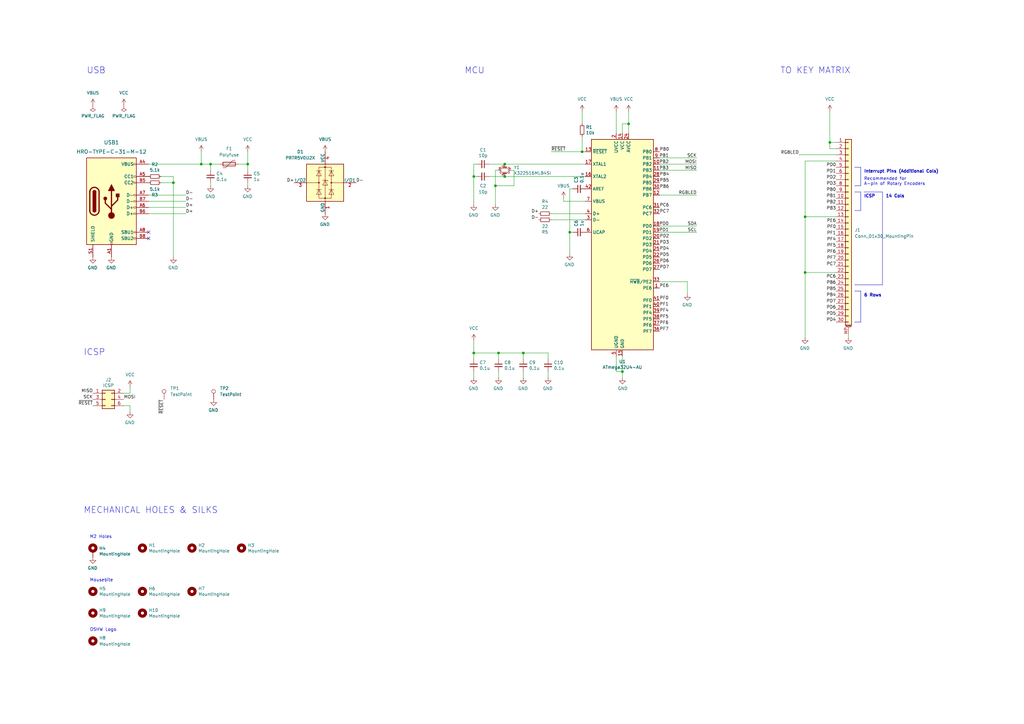
<source format=kicad_sch>
(kicad_sch (version 20211123) (generator eeschema)
  (paper "A3")
  (lib_symbols
    (symbol "Connector:TestPoint" (pin_numbers hide) (pin_names (offset 0.762) hide)
      (property "Reference" "TP" (at 0 6.858 0))
      (property "Value" "TestPoint" (at 0 5.08 0))
      (symbol "TestPoint_0_1"
        (circle (center 0 3.302) (radius 0.762))
      )
      (symbol "TestPoint_1_1"
        (pin passive line (at 0 0 90) (length 2.54) (name "1") (number "1"))
      )
    )
    (symbol "Connector:USB_C_Receptacle_USB2.0" (pin_names (offset 1.016))
      (property "Reference" "J" (at -10.16 19.05 0))
      (property "Value" "USB_C_Receptacle_USB2.0" (at 19.05 19.05 0))
      (symbol "USB_C_Receptacle_USB2.0_0_0"
        (rectangle (start -0.254 -17.78) (end 0.254 -16.764))
        (rectangle (start 10.16 -14.986) (end 9.144 -15.494))
        (rectangle (start 10.16 -12.446) (end 9.144 -12.954))
        (rectangle (start 10.16 -4.826) (end 9.144 -5.334))
        (rectangle (start 10.16 -2.286) (end 9.144 -2.794))
        (rectangle (start 10.16 0.254) (end 9.144 -0.254))
        (rectangle (start 10.16 2.794) (end 9.144 2.286))
        (rectangle (start 10.16 7.874) (end 9.144 7.366))
        (rectangle (start 10.16 10.414) (end 9.144 9.906))
        (rectangle (start 10.16 15.494) (end 9.144 14.986))
      )
      (symbol "USB_C_Receptacle_USB2.0_0_1"
        (rectangle (start -10.16 17.78) (end 10.16 -17.78) (stroke (width 0.254)) (fill (type background)))
        (arc (start -8.89 -3.81) (mid -6.985 -5.715) (end -5.08 -3.81) (stroke (width 0.508)))
        (arc (start -7.62 -3.81) (mid -6.985 -4.445) (end -6.35 -3.81) (stroke (width 0.254)))
        (arc (start -7.62 -3.81) (mid -6.985 -4.445) (end -6.35 -3.81) (stroke (width 0.254)) (fill (type outline)))
        (rectangle (start -7.62 -3.81) (end -6.35 3.81) (stroke (width 0.254)) (fill (type outline)))
        (arc (start -6.35 3.81) (mid -6.985 4.445) (end -7.62 3.81) (stroke (width 0.254)))
        (arc (start -6.35 3.81) (mid -6.985 4.445) (end -7.62 3.81) (stroke (width 0.254)) (fill (type outline)))
        (arc (start -5.08 3.81) (mid -6.985 5.715) (end -8.89 3.81) (stroke (width 0.508)))
        (circle (center -2.54 1.143) (radius 0.635) (stroke (width 0.254)) (fill (type outline)))
        (circle (center 0 -5.842) (radius 1.27) (fill (type outline)))
        (polyline (pts (xy -8.89 -3.81) (xy -8.89 3.81)) (stroke (width 0.508)))
        (polyline (pts (xy -5.08 3.81) (xy -5.08 -3.81)) (stroke (width 0.508)))
        (polyline (pts (xy 0 -5.842) (xy 0 4.318)) (stroke (width 0.508)))
        (polyline (pts (xy 0 -3.302) (xy -2.54 -0.762) (xy -2.54 0.508)) (stroke (width 0.508)))
        (polyline (pts (xy 0 -2.032) (xy 2.54 0.508) (xy 2.54 1.778)) (stroke (width 0.508)))
        (polyline (pts (xy -1.27 4.318) (xy 0 6.858) (xy 1.27 4.318) (xy -1.27 4.318)) (stroke (width 0.254)) (fill (type outline)))
        (rectangle (start 1.905 1.778) (end 3.175 3.048) (stroke (width 0.254)) (fill (type outline)))
      )
      (symbol "USB_C_Receptacle_USB2.0_1_1"
        (pin passive line (at 0 -22.86 90) (length 5.08) (name "GND") (number "A1"))
        (pin passive line (at 0 -22.86 90) (length 5.08) hide (name "GND") (number "A12"))
        (pin passive line (at 15.24 15.24 180) (length 5.08) (name "VBUS") (number "A4"))
        (pin bidirectional line (at 15.24 10.16 180) (length 5.08) (name "CC1") (number "A5"))
        (pin bidirectional line (at 15.24 -2.54 180) (length 5.08) (name "D+") (number "A6"))
        (pin bidirectional line (at 15.24 2.54 180) (length 5.08) (name "D-") (number "A7"))
        (pin bidirectional line (at 15.24 -12.7 180) (length 5.08) (name "SBU1") (number "A8"))
        (pin passive line (at 15.24 15.24 180) (length 5.08) hide (name "VBUS") (number "A9"))
        (pin passive line (at 0 -22.86 90) (length 5.08) hide (name "GND") (number "B1"))
        (pin passive line (at 0 -22.86 90) (length 5.08) hide (name "GND") (number "B12"))
        (pin passive line (at 15.24 15.24 180) (length 5.08) hide (name "VBUS") (number "B4"))
        (pin bidirectional line (at 15.24 7.62 180) (length 5.08) (name "CC2") (number "B5"))
        (pin bidirectional line (at 15.24 -5.08 180) (length 5.08) (name "D+") (number "B6"))
        (pin bidirectional line (at 15.24 0 180) (length 5.08) (name "D-") (number "B7"))
        (pin bidirectional line (at 15.24 -15.24 180) (length 5.08) (name "SBU2") (number "B8"))
        (pin passive line (at 15.24 15.24 180) (length 5.08) hide (name "VBUS") (number "B9"))
        (pin passive line (at -7.62 -22.86 90) (length 5.08) (name "SHIELD") (number "S1"))
      )
    )
    (symbol "Connector_Generic:Conn_02x03_Odd_Even" (pin_names (offset 1.016) hide)
      (property "Reference" "J" (at 1.27 5.08 0))
      (property "Value" "Conn_02x03_Odd_Even" (at 1.27 -5.08 0))
      (symbol "Conn_02x03_Odd_Even_1_1"
        (rectangle (start -1.27 -2.413) (end 0 -2.667) (stroke (width 0.1524)))
        (rectangle (start -1.27 0.127) (end 0 -0.127) (stroke (width 0.1524)))
        (rectangle (start -1.27 2.667) (end 0 2.413) (stroke (width 0.1524)))
        (rectangle (start -1.27 3.81) (end 3.81 -3.81) (stroke (width 0.254)) (fill (type background)))
        (rectangle (start 3.81 -2.413) (end 2.54 -2.667) (stroke (width 0.1524)))
        (rectangle (start 3.81 0.127) (end 2.54 -0.127) (stroke (width 0.1524)))
        (rectangle (start 3.81 2.667) (end 2.54 2.413) (stroke (width 0.1524)))
        (pin passive line (at -5.08 2.54 0) (length 3.81) (name "Pin_1") (number "1"))
        (pin passive line (at 7.62 2.54 180) (length 3.81) (name "Pin_2") (number "2"))
        (pin passive line (at -5.08 0 0) (length 3.81) (name "Pin_3") (number "3"))
        (pin passive line (at 7.62 0 180) (length 3.81) (name "Pin_4") (number "4"))
        (pin passive line (at -5.08 -2.54 0) (length 3.81) (name "Pin_5") (number "5"))
        (pin passive line (at 7.62 -2.54 180) (length 3.81) (name "Pin_6") (number "6"))
      )
    )
    (symbol "Connector_Generic_MountingPin:Conn_01x30_MountingPin" (pin_names (offset 1.016) hide)
      (property "Reference" "J" (at 0 38.1 0))
      (property "Value" "Conn_01x30_MountingPin" (at 1.27 -40.64 0))
      (symbol "Conn_01x30_MountingPin_1_1"
        (rectangle (start -1.27 -37.973) (end 0 -38.227) (stroke (width 0.1524)))
        (rectangle (start -1.27 -35.433) (end 0 -35.687) (stroke (width 0.1524)))
        (rectangle (start -1.27 -32.893) (end 0 -33.147) (stroke (width 0.1524)))
        (rectangle (start -1.27 -30.353) (end 0 -30.607) (stroke (width 0.1524)))
        (rectangle (start -1.27 -27.813) (end 0 -28.067) (stroke (width 0.1524)))
        (rectangle (start -1.27 -25.273) (end 0 -25.527) (stroke (width 0.1524)))
        (rectangle (start -1.27 -22.733) (end 0 -22.987) (stroke (width 0.1524)))
        (rectangle (start -1.27 -20.193) (end 0 -20.447) (stroke (width 0.1524)))
        (rectangle (start -1.27 -17.653) (end 0 -17.907) (stroke (width 0.1524)))
        (rectangle (start -1.27 -15.113) (end 0 -15.367) (stroke (width 0.1524)))
        (rectangle (start -1.27 -12.573) (end 0 -12.827) (stroke (width 0.1524)))
        (rectangle (start -1.27 -10.033) (end 0 -10.287) (stroke (width 0.1524)))
        (rectangle (start -1.27 -7.493) (end 0 -7.747) (stroke (width 0.1524)))
        (rectangle (start -1.27 -4.953) (end 0 -5.207) (stroke (width 0.1524)))
        (rectangle (start -1.27 -2.413) (end 0 -2.667) (stroke (width 0.1524)))
        (rectangle (start -1.27 0.127) (end 0 -0.127) (stroke (width 0.1524)))
        (rectangle (start -1.27 2.667) (end 0 2.413) (stroke (width 0.1524)))
        (rectangle (start -1.27 5.207) (end 0 4.953) (stroke (width 0.1524)))
        (rectangle (start -1.27 7.747) (end 0 7.493) (stroke (width 0.1524)))
        (rectangle (start -1.27 10.287) (end 0 10.033) (stroke (width 0.1524)))
        (rectangle (start -1.27 12.827) (end 0 12.573) (stroke (width 0.1524)))
        (rectangle (start -1.27 15.367) (end 0 15.113) (stroke (width 0.1524)))
        (rectangle (start -1.27 17.907) (end 0 17.653) (stroke (width 0.1524)))
        (rectangle (start -1.27 20.447) (end 0 20.193) (stroke (width 0.1524)))
        (rectangle (start -1.27 22.987) (end 0 22.733) (stroke (width 0.1524)))
        (rectangle (start -1.27 25.527) (end 0 25.273) (stroke (width 0.1524)))
        (rectangle (start -1.27 28.067) (end 0 27.813) (stroke (width 0.1524)))
        (rectangle (start -1.27 30.607) (end 0 30.353) (stroke (width 0.1524)))
        (rectangle (start -1.27 33.147) (end 0 32.893) (stroke (width 0.1524)))
        (rectangle (start -1.27 35.687) (end 0 35.433) (stroke (width 0.1524)))
        (rectangle (start -1.27 36.83) (end 1.27 -39.37) (stroke (width 0.254)) (fill (type background)))
        (polyline (pts (xy -1.016 -40.132) (xy 1.016 -40.132)) (stroke (width 0.1524)))
        (text "Mounting" (at 0 -39.751 0) (effects (font (size 0.381 0.381))))
        (pin passive line (at -5.08 35.56 0) (length 3.81) (name "Pin_1") (number "1"))
        (pin passive line (at -5.08 12.7 0) (length 3.81) (name "Pin_10") (number "10"))
        (pin passive line (at -5.08 10.16 0) (length 3.81) (name "Pin_11") (number "11"))
        (pin passive line (at -5.08 7.62 0) (length 3.81) (name "Pin_12") (number "12"))
        (pin passive line (at -5.08 5.08 0) (length 3.81) (name "Pin_13") (number "13"))
        (pin passive line (at -5.08 2.54 0) (length 3.81) (name "Pin_14") (number "14"))
        (pin passive line (at -5.08 0 0) (length 3.81) (name "Pin_15") (number "15"))
        (pin passive line (at -5.08 -2.54 0) (length 3.81) (name "Pin_16") (number "16"))
        (pin passive line (at -5.08 -5.08 0) (length 3.81) (name "Pin_17") (number "17"))
        (pin passive line (at -5.08 -7.62 0) (length 3.81) (name "Pin_18") (number "18"))
        (pin passive line (at -5.08 -10.16 0) (length 3.81) (name "Pin_19") (number "19"))
        (pin passive line (at -5.08 33.02 0) (length 3.81) (name "Pin_2") (number "2"))
        (pin passive line (at -5.08 -12.7 0) (length 3.81) (name "Pin_20") (number "20"))
        (pin passive line (at -5.08 -15.24 0) (length 3.81) (name "Pin_21") (number "21"))
        (pin passive line (at -5.08 -17.78 0) (length 3.81) (name "Pin_22") (number "22"))
        (pin passive line (at -5.08 -20.32 0) (length 3.81) (name "Pin_23") (number "23"))
        (pin passive line (at -5.08 -22.86 0) (length 3.81) (name "Pin_24") (number "24"))
        (pin passive line (at -5.08 -25.4 0) (length 3.81) (name "Pin_25") (number "25"))
        (pin passive line (at -5.08 -27.94 0) (length 3.81) (name "Pin_26") (number "26"))
        (pin passive line (at -5.08 -30.48 0) (length 3.81) (name "Pin_27") (number "27"))
        (pin passive line (at -5.08 -33.02 0) (length 3.81) (name "Pin_28") (number "28"))
        (pin passive line (at -5.08 -35.56 0) (length 3.81) (name "Pin_29") (number "29"))
        (pin passive line (at -5.08 30.48 0) (length 3.81) (name "Pin_3") (number "3"))
        (pin passive line (at -5.08 -38.1 0) (length 3.81) (name "Pin_30") (number "30"))
        (pin passive line (at -5.08 27.94 0) (length 3.81) (name "Pin_4") (number "4"))
        (pin passive line (at -5.08 25.4 0) (length 3.81) (name "Pin_5") (number "5"))
        (pin passive line (at -5.08 22.86 0) (length 3.81) (name "Pin_6") (number "6"))
        (pin passive line (at -5.08 20.32 0) (length 3.81) (name "Pin_7") (number "7"))
        (pin passive line (at -5.08 17.78 0) (length 3.81) (name "Pin_8") (number "8"))
        (pin passive line (at -5.08 15.24 0) (length 3.81) (name "Pin_9") (number "9"))
        (pin passive line (at 0 -43.18 90) (length 3.048) (name "MountPin") (number "MP"))
      )
    )
    (symbol "Device:C_Small" (pin_numbers hide) (pin_names (offset 0.254) hide)
      (property "Reference" "C" (at 0.254 1.778 0))
      (property "Value" "C_Small" (at 0.254 -2.032 0))
      (symbol "C_Small_0_1"
        (polyline (pts (xy -1.524 -0.508) (xy 1.524 -0.508)) (stroke (width 0.3302)))
        (polyline (pts (xy -1.524 0.508) (xy 1.524 0.508)) (stroke (width 0.3048)))
      )
      (symbol "C_Small_1_1"
        (pin passive line (at 0 2.54 270) (length 2.032) (name "~") (number "1"))
        (pin passive line (at 0 -2.54 90) (length 2.032) (name "~") (number "2"))
      )
    )
    (symbol "Device:Crystal_GND24_Small" (pin_names (offset 1.016) hide)
      (property "Reference" "Y" (at 1.27 4.445 0))
      (property "Value" "Crystal_GND24_Small" (at 1.27 2.54 0))
      (symbol "Crystal_GND24_Small_0_1"
        (rectangle (start -0.762 -1.524) (end 0.762 1.524))
        (polyline (pts (xy -1.27 -0.762) (xy -1.27 0.762)) (stroke (width 0.381)))
        (polyline (pts (xy 1.27 -0.762) (xy 1.27 0.762)) (stroke (width 0.381)))
        (polyline (pts (xy -1.27 -1.27) (xy -1.27 -1.905) (xy 1.27 -1.905) (xy 1.27 -1.27)))
        (polyline (pts (xy -1.27 1.27) (xy -1.27 1.905) (xy 1.27 1.905) (xy 1.27 1.27)))
      )
      (symbol "Crystal_GND24_Small_1_1"
        (pin passive line (at -2.54 0 0) (length 1.27) (name "1") (number "1"))
        (pin passive line (at 0 -2.54 90) (length 0.635) (name "2") (number "2"))
        (pin passive line (at 2.54 0 180) (length 1.27) (name "3") (number "3"))
        (pin passive line (at 0 2.54 270) (length 0.635) (name "4") (number "4"))
      )
    )
    (symbol "Device:Polyfuse" (pin_numbers hide) (pin_names (offset 0))
      (property "Reference" "F" (at -2.54 0 90))
      (property "Value" "Polyfuse" (at 2.54 0 90))
      (symbol "Polyfuse_0_1"
        (rectangle (start -0.762 2.54) (end 0.762 -2.54) (stroke (width 0.254)))
        (polyline (pts (xy 0 2.54) (xy 0 -2.54)))
        (polyline (pts (xy -1.524 2.54) (xy -1.524 1.524) (xy 1.524 -1.524) (xy 1.524 -2.54)))
      )
      (symbol "Polyfuse_1_1"
        (pin passive line (at 0 3.81 270) (length 1.27) (name "~") (number "1"))
        (pin passive line (at 0 -3.81 90) (length 1.27) (name "~") (number "2"))
      )
    )
    (symbol "Device:R_Small" (pin_numbers hide) (pin_names (offset 0.254) hide)
      (property "Reference" "R" (at 0.762 0.508 0))
      (property "Value" "R_Small" (at 0.762 -1.016 0))
      (symbol "R_Small_0_1"
        (rectangle (start -0.762 1.778) (end 0.762 -1.778) (stroke (width 0.2032)))
      )
      (symbol "R_Small_1_1"
        (pin passive line (at 0 2.54 270) (length 0.762) (name "~") (number "1"))
        (pin passive line (at 0 -2.54 90) (length 0.762) (name "~") (number "2"))
      )
    )
    (symbol "MCU_Microchip_ATmega:ATmega32U4-AU"
      (property "Reference" "U" (at -12.7 44.45 0))
      (property "Value" "MCU_Microchip_ATmega_ATmega32U4-AU" (at 2.54 -44.45 0))
      (symbol "ATmega32U4-AU_0_1"
        (rectangle (start -12.7 -43.18) (end 12.7 43.18) (stroke (width 0.254)) (fill (type background)))
      )
      (symbol "ATmega32U4-AU_1_1"
        (pin bidirectional line (at 15.24 -17.78 180) (length 2.54) (name "PE6") (number "1"))
        (pin bidirectional line (at 15.24 33.02 180) (length 2.54) (name "PB2") (number "10"))
        (pin bidirectional line (at 15.24 30.48 180) (length 2.54) (name "PB3") (number "11"))
        (pin bidirectional line (at 15.24 20.32 180) (length 2.54) (name "PB7") (number "12"))
        (pin input line (at -15.24 38.1 0) (length 2.54) (name "~{RESET}") (number "13"))
        (pin power_in line (at 0 45.72 270) (length 2.54) (name "VCC") (number "14"))
        (pin power_in line (at 0 -45.72 90) (length 2.54) (name "GND") (number "15"))
        (pin output line (at -15.24 27.94 0) (length 2.54) (name "XTAL2") (number "16"))
        (pin input line (at -15.24 33.02 0) (length 2.54) (name "XTAL1") (number "17"))
        (pin bidirectional line (at 15.24 7.62 180) (length 2.54) (name "PD0") (number "18"))
        (pin bidirectional line (at 15.24 5.08 180) (length 2.54) (name "PD1") (number "19"))
        (pin power_in line (at -2.54 45.72 270) (length 2.54) (name "UVCC") (number "2"))
        (pin bidirectional line (at 15.24 2.54 180) (length 2.54) (name "PD2") (number "20"))
        (pin bidirectional line (at 15.24 0 180) (length 2.54) (name "PD3") (number "21"))
        (pin bidirectional line (at 15.24 -5.08 180) (length 2.54) (name "PD5") (number "22"))
        (pin passive line (at 0 -45.72 90) (length 2.54) hide (name "GND") (number "23"))
        (pin power_in line (at 2.54 45.72 270) (length 2.54) (name "AVCC") (number "24"))
        (pin bidirectional line (at 15.24 -2.54 180) (length 2.54) (name "PD4") (number "25"))
        (pin bidirectional line (at 15.24 -7.62 180) (length 2.54) (name "PD6") (number "26"))
        (pin bidirectional line (at 15.24 -10.16 180) (length 2.54) (name "PD7") (number "27"))
        (pin bidirectional line (at 15.24 27.94 180) (length 2.54) (name "PB4") (number "28"))
        (pin bidirectional line (at 15.24 25.4 180) (length 2.54) (name "PB5") (number "29"))
        (pin bidirectional line (at -15.24 10.16 0) (length 2.54) (name "D-") (number "3"))
        (pin bidirectional line (at 15.24 22.86 180) (length 2.54) (name "PB6") (number "30"))
        (pin bidirectional line (at 15.24 15.24 180) (length 2.54) (name "PC6") (number "31"))
        (pin bidirectional line (at 15.24 12.7 180) (length 2.54) (name "PC7") (number "32"))
        (pin bidirectional line (at 15.24 -15.24 180) (length 2.54) (name "~{HWB}/PE2") (number "33"))
        (pin passive line (at 0 45.72 270) (length 2.54) hide (name "VCC") (number "34"))
        (pin passive line (at 0 -45.72 90) (length 2.54) hide (name "GND") (number "35"))
        (pin bidirectional line (at 15.24 -35.56 180) (length 2.54) (name "PF7") (number "36"))
        (pin bidirectional line (at 15.24 -33.02 180) (length 2.54) (name "PF6") (number "37"))
        (pin bidirectional line (at 15.24 -30.48 180) (length 2.54) (name "PF5") (number "38"))
        (pin bidirectional line (at 15.24 -27.94 180) (length 2.54) (name "PF4") (number "39"))
        (pin bidirectional line (at -15.24 12.7 0) (length 2.54) (name "D+") (number "4"))
        (pin bidirectional line (at 15.24 -25.4 180) (length 2.54) (name "PF1") (number "40"))
        (pin bidirectional line (at 15.24 -22.86 180) (length 2.54) (name "PF0") (number "41"))
        (pin passive line (at -15.24 22.86 0) (length 2.54) (name "AREF") (number "42"))
        (pin passive line (at 0 -45.72 90) (length 2.54) hide (name "GND") (number "43"))
        (pin passive line (at 2.54 45.72 270) (length 2.54) hide (name "AVCC") (number "44"))
        (pin passive line (at -2.54 -45.72 90) (length 2.54) (name "UGND") (number "5"))
        (pin passive line (at -15.24 5.08 0) (length 2.54) (name "UCAP") (number "6"))
        (pin input line (at -15.24 17.78 0) (length 2.54) (name "VBUS") (number "7"))
        (pin bidirectional line (at 15.24 38.1 180) (length 2.54) (name "PB0") (number "8"))
        (pin bidirectional line (at 15.24 35.56 180) (length 2.54) (name "PB1") (number "9"))
      )
    )
    (symbol "Mechanical:MountingHole" (pin_names (offset 1.016))
      (property "Reference" "H" (at 0 5.08 0))
      (property "Value" "MountingHole" (at 0 3.175 0))
      (symbol "MountingHole_0_1"
        (circle (center 0 0) (radius 1.27) (stroke (width 1.27)))
      )
    )
    (symbol "Mechanical:MountingHole_Pad" (pin_numbers hide) (pin_names (offset 1.016) hide)
      (property "Reference" "H" (at 0 6.35 0))
      (property "Value" "MountingHole_Pad" (at 0 4.445 0))
      (symbol "MountingHole_Pad_0_1"
        (circle (center 0 1.27) (radius 1.27) (stroke (width 1.27)))
      )
      (symbol "MountingHole_Pad_1_1"
        (pin input line (at 0 -2.54 90) (length 2.54) (name "1") (number "1"))
      )
    )
    (symbol "Power_Protection:PRTR5V0U2X" (pin_names (offset 0))
      (property "Reference" "D" (at 2.794 8.636 0))
      (property "Value" "PRTR5V0U2X" (at 8.128 -9.398 0))
      (symbol "PRTR5V0U2X_0_1"
        (rectangle (start -7.62 -7.62) (end 7.62 7.62) (stroke (width 0.254)) (fill (type background)))
        (circle (center -2.54 0) (radius 0.254) (fill (type outline)))
        (rectangle (start -2.54 6.35) (end 2.54 -6.35))
        (circle (center 0 -6.35) (radius 0.254) (fill (type outline)))
        (polyline (pts (xy -2.54 0) (xy -7.62 0)))
        (polyline (pts (xy -1.524 -2.794) (xy -3.556 -2.794)))
        (polyline (pts (xy -1.524 4.826) (xy -3.556 4.826)))
        (polyline (pts (xy 0 -7.62) (xy 0 7.62)))
        (polyline (pts (xy 1.524 -2.794) (xy 3.556 -2.794)))
        (polyline (pts (xy 1.524 4.826) (xy 3.556 4.826)))
        (polyline (pts (xy 2.54 0) (xy 7.62 0)))
        (polyline (pts (xy 1.016 1.016) (xy -1.016 1.016) (xy -1.016 0.508)))
        (polyline (pts (xy -3.556 -4.826) (xy -1.524 -4.826) (xy -2.54 -2.794) (xy -3.556 -4.826)))
        (polyline (pts (xy -3.556 2.794) (xy -1.524 2.794) (xy -2.54 4.826) (xy -3.556 2.794)))
        (polyline (pts (xy -1.016 -1.016) (xy 1.016 -1.016) (xy 0 1.016) (xy -1.016 -1.016)))
        (polyline (pts (xy 3.556 -4.826) (xy 1.524 -4.826) (xy 2.54 -2.794) (xy 3.556 -4.826)))
        (polyline (pts (xy 3.556 2.794) (xy 1.524 2.794) (xy 2.54 4.826) (xy 3.556 2.794)))
        (circle (center 0 6.35) (radius 0.254) (fill (type outline)))
        (circle (center 2.54 0) (radius 0.254) (fill (type outline)))
      )
      (symbol "PRTR5V0U2X_1_1"
        (pin passive line (at 0 -12.7 90) (length 5.08) (name "GND") (number "1"))
        (pin passive line (at -12.7 0 0) (length 5.08) (name "I/O1") (number "2"))
        (pin passive line (at 12.7 0 180) (length 5.08) (name "I/O2") (number "3"))
        (pin passive line (at 0 12.7 270) (length 5.08) (name "VCC") (number "4"))
      )
    )
    (symbol "power:GND" (power) (pin_names (offset 0))
      (property "Value" "GND" (at 0 -3.81 0))
      (symbol "GND_0_1"
        (polyline (pts (xy 0 0) (xy 0 -1.27) (xy 1.27 -1.27) (xy 0 -2.54) (xy -1.27 -1.27) (xy 0 -1.27)))
      )
      (symbol "GND_1_1"
        (pin power_in line (at 0 0 270) (length 0) hide (name "GND") (number "1"))
      )
    )
    (symbol "power:PWR_FLAG" (power) (pin_numbers hide) (pin_names (offset 0) hide)
      (property "Value" "PWR_FLAG" (at 0 3.81 0))
      (symbol "PWR_FLAG_0_0"
        (pin power_out line (at 0 0 90) (length 0) (name "pwr") (number "1"))
      )
      (symbol "PWR_FLAG_0_1"
        (polyline (pts (xy 0 0) (xy 0 1.27) (xy -1.016 1.905) (xy 0 2.54) (xy 1.016 1.905) (xy 0 1.27)))
      )
    )
    (symbol "power:VBUS" (power) (pin_names (offset 0))
      (property "Value" "VBUS" (at 0 3.81 0))
      (symbol "VBUS_0_1"
        (polyline (pts (xy -0.762 1.27) (xy 0 2.54)))
        (polyline (pts (xy 0 0) (xy 0 2.54)))
        (polyline (pts (xy 0 2.54) (xy 0.762 1.27)))
      )
      (symbol "VBUS_1_1"
        (pin power_in line (at 0 0 90) (length 0) hide (name "VBUS") (number "1"))
      )
    )
    (symbol "power:VCC" (power) (pin_names (offset 0))
      (property "Value" "VCC" (at 0 3.81 0))
      (symbol "VCC_0_1"
        (polyline (pts (xy -0.762 1.27) (xy 0 2.54)))
        (polyline (pts (xy 0 0) (xy 0 2.54)))
        (polyline (pts (xy 0 2.54) (xy 0.762 1.27)))
      )
      (symbol "VCC_1_1"
        (pin power_in line (at 0 0 90) (length 0) hide (name "VCC") (number "1"))
      )
    )
  )
  (junction (at 255.27 152.4))
  (junction (at 71.12 74.93))
  (junction (at 340.36 58.42))
  (junction (at 330.2 88.9))
  (junction (at 203.2 76.2))
  (junction (at 257.81 50.8))
  (junction (at 86.36 67.31))
  (junction (at 238.76 62.23))
  (junction (at 204.47 144.78))
  (junction (at 330.2 111.76))
  (junction (at 101.6 67.31))
  (junction (at 194.31 144.78))
  (junction (at 82.55 67.31))
  (junction (at 233.68 95.25))
  (junction (at 194.31 72.39))
  (junction (at 214.63 144.78))
  (junction (at 207.01 67.31))
  (junction (at 207.01 72.39))
  (no_connect (at 60.96 95.25))
  (no_connect (at 60.96 97.79))
  (wire (pts (xy 233.68 77.47) (xy 234.95 77.47)))
  (wire (pts (xy 101.6 62.23) (xy 101.6 67.31)))
  (wire (pts (xy 270.51 115.57) (xy 281.94 115.57)))
  (polyline (pts (xy 350.52 76.2) (xy 353.06 76.2)) (stroke (width 0) (type solid)))
  (wire (pts (xy 342.9 88.9) (xy 330.2 88.9)))
  (wire (pts (xy 224.79 152.4) (xy 224.79 154.94)))
  (wire (pts (xy 226.06 62.23) (xy 238.76 62.23)))
  (wire (pts (xy 204.47 144.78) (xy 204.47 147.32)))
  (wire (pts (xy 60.96 87.63) (xy 76.2 87.63)))
  (wire (pts (xy 226.06 87.63) (xy 240.03 87.63)))
  (wire (pts (xy 82.55 67.31) (xy 86.36 67.31)))
  (wire (pts (xy 255.27 54.61) (xy 255.27 50.8)))
  (wire (pts (xy 101.6 67.31) (xy 101.6 69.85)))
  (polyline (pts (xy 353.06 86.36) (xy 353.06 78.74)) (stroke (width 0) (type solid)))
  (wire (pts (xy 194.31 139.7) (xy 194.31 144.78)))
  (wire (pts (xy 50.8 166.37) (xy 53.34 166.37)))
  (wire (pts (xy 203.2 69.85) (xy 203.2 76.2)))
  (wire (pts (xy 255.27 50.8) (xy 257.81 50.8)))
  (wire (pts (xy 340.36 60.96) (xy 340.36 58.42)))
  (wire (pts (xy 90.17 67.31) (xy 86.36 67.31)))
  (wire (pts (xy 270.51 67.31) (xy 285.75 67.31)))
  (wire (pts (xy 330.2 66.04) (xy 330.2 88.9)))
  (wire (pts (xy 233.68 95.25) (xy 234.95 95.25)))
  (wire (pts (xy 194.31 67.31) (xy 195.58 67.31)))
  (wire (pts (xy 66.04 72.39) (xy 71.12 72.39)))
  (wire (pts (xy 252.73 146.05) (xy 252.73 152.4)))
  (wire (pts (xy 257.81 45.72) (xy 257.81 50.8)))
  (polyline (pts (xy 353.06 119.38) (xy 353.06 132.08)) (stroke (width 0) (type solid)))
  (polyline (pts (xy 350.52 78.74) (xy 353.06 78.74)) (stroke (width 0) (type solid)))
  (polyline (pts (xy 350.52 116.84) (xy 361.95 116.84)) (stroke (width 0) (type solid)))
  (wire (pts (xy 194.31 72.39) (xy 194.31 67.31)))
  (wire (pts (xy 194.31 72.39) (xy 194.31 83.82)))
  (wire (pts (xy 224.79 147.32) (xy 224.79 144.78)))
  (wire (pts (xy 347.98 137.16) (xy 347.98 138.43)))
  (wire (pts (xy 330.2 111.76) (xy 342.9 111.76)))
  (wire (pts (xy 203.2 76.2) (xy 210.82 76.2)))
  (wire (pts (xy 330.2 66.04) (xy 342.9 66.04)))
  (wire (pts (xy 203.2 76.2) (xy 203.2 83.82)))
  (wire (pts (xy 53.34 161.29) (xy 53.34 158.75)))
  (wire (pts (xy 252.73 152.4) (xy 255.27 152.4)))
  (polyline (pts (xy 350.52 68.58) (xy 353.06 68.58)) (stroke (width 0) (type solid)))
  (wire (pts (xy 330.2 111.76) (xy 330.2 138.43)))
  (wire (pts (xy 231.14 82.55) (xy 231.14 81.28)))
  (wire (pts (xy 224.79 144.78) (xy 214.63 144.78)))
  (wire (pts (xy 340.36 58.42) (xy 342.9 58.42)))
  (wire (pts (xy 194.31 144.78) (xy 194.31 147.32)))
  (wire (pts (xy 60.96 67.31) (xy 82.55 67.31)))
  (wire (pts (xy 60.96 80.01) (xy 76.2 80.01)))
  (wire (pts (xy 71.12 72.39) (xy 71.12 74.93)))
  (wire (pts (xy 195.58 72.39) (xy 194.31 72.39)))
  (wire (pts (xy 207.01 72.39) (xy 240.03 72.39)))
  (wire (pts (xy 86.36 74.93) (xy 86.36 76.2)))
  (wire (pts (xy 194.31 152.4) (xy 194.31 154.94)))
  (wire (pts (xy 270.51 64.77) (xy 285.75 64.77)))
  (wire (pts (xy 257.81 50.8) (xy 257.81 54.61)))
  (wire (pts (xy 71.12 74.93) (xy 71.12 105.41)))
  (wire (pts (xy 252.73 45.72) (xy 252.73 54.61)))
  (wire (pts (xy 214.63 144.78) (xy 204.47 144.78)))
  (wire (pts (xy 270.51 69.85) (xy 285.75 69.85)))
  (wire (pts (xy 210.82 76.2) (xy 210.82 69.85)))
  (wire (pts (xy 240.03 82.55) (xy 231.14 82.55)))
  (wire (pts (xy 342.9 60.96) (xy 340.36 60.96)))
  (wire (pts (xy 327.66 63.5) (xy 342.9 63.5)))
  (wire (pts (xy 340.36 58.42) (xy 340.36 45.72)))
  (wire (pts (xy 86.36 69.85) (xy 86.36 67.31)))
  (wire (pts (xy 281.94 115.57) (xy 281.94 120.65)))
  (polyline (pts (xy 350.52 132.08) (xy 353.06 132.08)) (stroke (width 0) (type solid)))
  (wire (pts (xy 204.47 144.78) (xy 194.31 144.78)))
  (wire (pts (xy 330.2 88.9) (xy 330.2 111.76)))
  (wire (pts (xy 270.51 80.01) (xy 285.75 80.01)))
  (wire (pts (xy 214.63 147.32) (xy 214.63 144.78)))
  (wire (pts (xy 50.8 161.29) (xy 53.34 161.29)))
  (wire (pts (xy 270.51 95.25) (xy 285.75 95.25)))
  (wire (pts (xy 97.79 67.31) (xy 101.6 67.31)))
  (wire (pts (xy 255.27 146.05) (xy 255.27 152.4)))
  (wire (pts (xy 210.82 69.85) (xy 209.55 69.85)))
  (polyline (pts (xy 354.33 78.74) (xy 361.95 78.74)) (stroke (width 0) (type solid)))
  (wire (pts (xy 233.68 95.25) (xy 233.68 77.47)))
  (wire (pts (xy 66.04 74.93) (xy 71.12 74.93)))
  (wire (pts (xy 101.6 74.93) (xy 101.6 76.2)))
  (wire (pts (xy 207.01 67.31) (xy 240.03 67.31)))
  (wire (pts (xy 238.76 45.72) (xy 238.76 50.8)))
  (wire (pts (xy 60.96 82.55) (xy 76.2 82.55)))
  (polyline (pts (xy 353.06 68.58) (xy 353.06 76.2)) (stroke (width 0) (type solid)))
  (wire (pts (xy 204.47 152.4) (xy 204.47 154.94)))
  (polyline (pts (xy 350.52 119.38) (xy 353.06 119.38)) (stroke (width 0) (type solid)))
  (wire (pts (xy 226.06 90.17) (xy 240.03 90.17)))
  (wire (pts (xy 53.34 166.37) (xy 53.34 168.91)))
  (wire (pts (xy 204.47 69.85) (xy 203.2 69.85)))
  (wire (pts (xy 60.96 85.09) (xy 76.2 85.09)))
  (wire (pts (xy 200.66 67.31) (xy 207.01 67.31)))
  (wire (pts (xy 233.68 104.14) (xy 233.68 95.25)))
  (polyline (pts (xy 361.95 78.74) (xy 361.95 116.84)) (stroke (width 0) (type solid)))
  (wire (pts (xy 214.63 152.4) (xy 214.63 154.94)))
  (wire (pts (xy 270.51 92.71) (xy 285.75 92.71)))
  (wire (pts (xy 238.76 55.88) (xy 238.76 62.23)))
  (wire (pts (xy 200.66 72.39) (xy 207.01 72.39)))
  (wire (pts (xy 238.76 62.23) (xy 240.03 62.23)))
  (wire (pts (xy 255.27 152.4) (xy 255.27 154.94)))
  (polyline (pts (xy 350.52 86.36) (xy 353.06 86.36)) (stroke (width 0) (type solid)))
  (wire (pts (xy 82.55 62.23) (xy 82.55 67.31)))
  (text "ICSP" (at 354.33 81.28 0) (effects (font (size 1.27 1.27) (thickness 0.254) bold) (justify left bottom)))
  (text "USB" (at 35.56 30.48 0) (effects (font (size 2.54 2.54)) (justify left bottom)))
  (text "Mousebite" (at 36.83 238.76 0) (effects (font (size 1.27 1.27)) (justify left bottom)))
  (text "Recommended for\nA-pin of Rotary Encoders" (at 354.33 76.2 0) (effects (font (size 1.27 1.27)) (justify left bottom)))
  (text "M2 Holes" (at 36.83 220.98 0) (effects (font (size 1.27 1.27)) (justify left bottom)))
  (text "MECHANICAL HOLES & SILKS" (at 34.29 210.82 0) (effects (font (size 2.54 2.54)) (justify left bottom)))
  (text "OSHW Logo" (at 36.83 259.08 0) (effects (font (size 1.27 1.27)) (justify left bottom)))
  (text "MCU" (at 190.5 30.48 0) (effects (font (size 2.54 2.54)) (justify left bottom)))
  (text "Interrupt Pins (Additional Cols)" (at 354.33 71.12 0) (effects (font (size 1.27 1.27) (thickness 0.254) bold) (justify left bottom)))
  (text "6 Rows" (at 354.33 121.92 0) (effects (font (size 1.27 1.27) (thickness 0.254) bold) (justify left bottom)))
  (text "ICSP" (at 34.29 146.05 0) (effects (font (size 2.54 2.54)) (justify left bottom)))
  (text "14 Cols" (at 363.22 81.28 0) (effects (font (size 1.27 1.27) (thickness 0.254) bold) (justify left bottom)))
  (text "TO KEY MATRIX" (at 320.04 30.48 0) (effects (font (size 2.54 2.54)) (justify left bottom)))
  (label "PB4" (at 342.9 121.92 180))
  (label "PF1" (at 270.51 125.73 0))
  (label "PB6" (at 342.9 116.84 180))
  (label "MISO" (at 38.1 161.29 180))
  (label "PF6" (at 270.51 133.35 0))
  (label "PD4" (at 342.9 132.08 180))
  (label "PD5" (at 270.51 105.41 0))
  (label "PF0" (at 270.51 123.19 0))
  (label "PD1" (at 342.9 71.12 180))
  (label "PB3" (at 342.9 86.36 180))
  (label "D+" (at 76.2 85.09 0))
  (label "PD1" (at 274.32 95.25 180))
  (label "D-" (at 146.05 74.93 0))
  (label "SDA" (at 285.75 92.71 180))
  (label "SCK" (at 38.1 163.83 180))
  (label "PF5" (at 342.9 101.6 180))
  (label "D+" (at 76.2 87.63 0))
  (label "PE6" (at 342.9 91.44 180))
  (label "PF0" (at 342.9 93.98 180))
  (label "PD3" (at 270.51 100.33 0))
  (label "PF4" (at 342.9 99.06 180))
  (label "SCL" (at 285.75 95.25 180))
  (label "PB3" (at 274.32 69.85 180))
  (label "PB2" (at 342.9 83.82 180))
  (label "MOSI" (at 285.75 67.31 180))
  (label "PB6" (at 270.51 77.47 0))
  (label "PD0" (at 274.32 92.71 180))
  (label "~{RESET}" (at 226.06 62.23 0))
  (label "PB1" (at 342.9 81.28 180))
  (label "PD3" (at 342.9 76.2 180))
  (label "PB0" (at 270.51 62.23 0))
  (label "PE6" (at 270.51 118.11 0))
  (label "PD2" (at 270.51 97.79 0))
  (label "PD5" (at 342.9 129.54 180))
  (label "D+" (at 120.65 74.93 180))
  (label "~{RESET}" (at 67.31 163.83 270))
  (label "SCK" (at 285.75 64.77 180))
  (label "PF5" (at 270.51 130.81 0))
  (label "PD4" (at 270.51 102.87 0))
  (label "RGBLED" (at 327.66 63.5 180))
  (label "PD6" (at 342.9 127 180))
  (label "PB0" (at 342.9 78.74 180))
  (label "PF4" (at 270.51 128.27 0))
  (label "D-" (at 76.2 82.55 0))
  (label "PB5" (at 342.9 119.38 180))
  (label "PB2" (at 274.32 67.31 180))
  (label "PD7" (at 342.9 124.46 180))
  (label "PB1" (at 274.32 64.77 180))
  (label "~{RESET}" (at 38.1 166.37 180))
  (label "MOSI" (at 50.8 163.83 0))
  (label "PF6" (at 342.9 104.14 180))
  (label "PC7" (at 270.51 87.63 0))
  (label "PC6" (at 342.9 114.3 180))
  (label "PC7" (at 342.9 109.22 180))
  (label "PF7" (at 342.9 106.68 180))
  (label "D+" (at 220.98 87.63 180))
  (label "PD6" (at 270.51 107.95 0))
  (label "PC6" (at 270.51 85.09 0))
  (label "PB4" (at 270.51 72.39 0))
  (label "RGBLED" (at 285.75 80.01 180))
  (label "PD0" (at 342.9 68.58 180))
  (label "PB5" (at 270.51 74.93 0))
  (label "MISO" (at 285.75 69.85 180))
  (label "D-" (at 220.98 90.17 180))
  (label "PF1" (at 342.9 96.52 180))
  (label "PD7" (at 270.51 110.49 0))
  (label "PF7" (at 270.51 135.89 0))
  (label "D-" (at 76.2 80.01 0))
  (label "PD2" (at 342.9 73.66 180))
  (symbol (lib_id "power:GND") (at 255.27 154.94 0) (unit 1)
    (property "Reference" "#PWR032" (effects hide))
    (property "Value" "GND" (at 255.397 159.3342 0))
  )
  (symbol (lib_id "Device:R_Small") (at 238.76 53.34 0) (unit 1)
    (property "Reference" "R1" (at 240.2586 52.1716 0) (effects (justify left)))
    (property "Value" "10k" (at 240.2586 54.483 0) (effects (justify left)))
    (property "Footprint" "Resistor_SMD:R_0603_1608Metric" (effects hide))
    (property "LCSC" "C25804" (effects hide))
  )
  (symbol (lib_id "Device:C_Small") (at 237.49 95.25 90) (unit 1)
    (property "Reference" "C6" (at 236.3216 92.9132 0) (effects (justify left)))
    (property "Value" "1u" (at 238.633 92.9132 0) (effects (justify left)))
    (property "Footprint" "Capacitor_SMD:C_0805_2012Metric" (effects hide))
    (property "LCSC" "C28323" (effects hide))
  )
  (symbol (lib_id "power:GND") (at 330.2 138.43 0) (mirror y) (unit 1)
    (property "Reference" "#PWR025" (effects hide))
    (property "Value" "GND" (at 330.073 142.8242 0))
  )
  (symbol (lib_id "power:GND") (at 233.68 104.14 0) (mirror y) (unit 1)
    (property "Reference" "#PWR021" (effects hide))
    (property "Value" "GND" (at 233.553 108.5342 0))
  )
  (symbol (lib_id "Device:C_Small") (at 198.12 67.31 270) (unit 1)
    (property "Reference" "C1" (at 198.12 61.4934 90))
    (property "Value" "10p" (at 198.12 63.8048 90))
    (property "Footprint" "Capacitor_SMD:C_0603_1608Metric" (effects hide))
    (property "LCSC" "C1634" (effects hide))
  )
  (symbol (lib_id "Device:C_Small") (at 198.12 72.39 270) (unit 1)
    (property "Reference" "C2" (at 198.12 76.2 90))
    (property "Value" "10p" (at 198.12 78.74 90))
    (property "Footprint" "Capacitor_SMD:C_0603_1608Metric" (effects hide))
    (property "LCSC" "C1634" (effects hide))
  )
  (symbol (lib_id "power:GND") (at 194.31 83.82 0) (mirror y) (unit 1)
    (property "Reference" "#PWR014" (effects hide))
    (property "Value" "GND" (at 194.183 88.2142 0))
  )
  (symbol (lib_id "Device:C_Small") (at 237.49 77.47 90) (unit 1)
    (property "Reference" "C3" (at 236.3216 75.1332 0) (effects (justify left)))
    (property "Value" "0.1u" (at 238.633 75.1332 0) (effects (justify left)))
    (property "Footprint" "Capacitor_SMD:C_0603_1608Metric" (effects hide))
    (property "LCSC" "C14663" (effects hide))
  )
  (symbol (lib_id "Connector_Generic:Conn_02x03_Odd_Even") (at 43.18 163.83 0) (unit 1)
    (property "Reference" "J2" (at 44.45 155.7782 0))
    (property "Value" "ICSP" (at 44.45 158.0896 0))
    (property "Footprint" "MCUPCB_footprints:Tag-Connect_TC2030-IDC-NL_2x03_P1.27mm_Vertical" (effects hide))
    (property "LCSC" "N/A" (effects hide))
  )
  (symbol (lib_id "power:GND") (at 53.34 168.91 0) (mirror y) (unit 1)
    (property "Reference" "#PWR027" (effects hide))
    (property "Value" "GND" (at 53.213 173.3042 0))
  )
  (symbol (lib_id "power:GND") (at 194.31 154.94 0) (mirror y) (unit 1)
    (property "Reference" "#PWR028" (effects hide))
    (property "Value" "GND" (at 194.183 159.3342 0))
  )
  (symbol (lib_id "Device:C_Small") (at 194.31 149.86 0) (unit 1)
    (property "Reference" "C7" (at 196.6468 148.6916 0) (effects (justify left)))
    (property "Value" "0.1u" (at 196.6468 151.003 0) (effects (justify left)))
    (property "Footprint" "Capacitor_SMD:C_0603_1608Metric" (effects hide))
    (property "LCSC" "C14663" (effects hide))
  )
  (symbol (lib_id "Device:R_Small") (at 223.52 87.63 270) (unit 1)
    (property "Reference" "R4" (at 223.52 82.6516 90))
    (property "Value" "22" (at 223.52 84.963 90))
    (property "Footprint" "Resistor_SMD:R_0603_1608Metric" (effects hide))
    (property "LCSC" "C23345" (effects hide))
  )
  (symbol (lib_id "Device:R_Small") (at 223.52 90.17 270) (mirror x) (unit 1)
    (property "Reference" "R5" (at 223.52 95.1484 90))
    (property "Value" "22" (at 223.52 92.837 90))
    (property "Footprint" "Resistor_SMD:R_0603_1608Metric" (effects hide))
    (property "LCSC" "C23345" (effects hide))
  )
  (symbol (lib_id "power:GND") (at 101.6 76.2 0) (mirror y) (unit 1)
    (property "Reference" "#PWR017" (effects hide))
    (property "Value" "GND" (at 101.473 80.5942 0))
  )
  (symbol (lib_id "power:GND") (at 204.47 154.94 0) (mirror y) (unit 1)
    (property "Reference" "#PWR029" (effects hide))
    (property "Value" "GND" (at 204.343 159.3342 0))
  )
  (symbol (lib_id "power:GND") (at 214.63 154.94 0) (mirror y) (unit 1)
    (property "Reference" "#PWR030" (effects hide))
    (property "Value" "GND" (at 214.503 159.3342 0))
  )
  (symbol (lib_id "power:GND") (at 224.79 154.94 0) (mirror y) (unit 1)
    (property "Reference" "#PWR031" (effects hide))
    (property "Value" "GND" (at 224.663 159.3342 0))
  )
  (symbol (lib_id "Device:C_Small") (at 101.6 72.39 0) (unit 1)
    (property "Reference" "C5" (at 103.9368 71.2216 0) (effects (justify left)))
    (property "Value" "1u" (at 103.9368 73.533 0) (effects (justify left)))
    (property "Footprint" "Capacitor_SMD:C_0805_2012Metric" (effects hide))
    (property "LCSC" "C28323" (effects hide))
  )
  (symbol (lib_id "Device:C_Small") (at 224.79 149.86 0) (unit 1)
    (property "Reference" "C10" (at 227.1268 148.6916 0) (effects (justify left)))
    (property "Value" "0.1u" (at 227.1268 151.003 0) (effects (justify left)))
    (property "Footprint" "Capacitor_SMD:C_0603_1608Metric" (effects hide))
    (property "LCSC" "C14663" (effects hide))
  )
  (symbol (lib_id "Device:C_Small") (at 214.63 149.86 0) (unit 1)
    (property "Reference" "C9" (at 216.9668 148.6916 0) (effects (justify left)))
    (property "Value" "0.1u" (at 216.9668 151.003 0) (effects (justify left)))
    (property "Footprint" "Capacitor_SMD:C_0603_1608Metric" (effects hide))
    (property "LCSC" "C14663" (effects hide))
  )
  (symbol (lib_id "Device:C_Small") (at 204.47 149.86 0) (unit 1)
    (property "Reference" "C8" (at 206.8068 148.6916 0) (effects (justify left)))
    (property "Value" "0.1u" (at 206.8068 151.003 0) (effects (justify left)))
    (property "Footprint" "Capacitor_SMD:C_0603_1608Metric" (effects hide))
    (property "LCSC" "C14663" (effects hide))
  )
  (symbol (lib_id "power:PWR_FLAG") (at 50.8 43.18 180) (unit 1)
    (property "Reference" "#FLG02" (effects hide))
    (property "Value" "PWR_FLAG" (at 50.8 47.5742 0))
  )
  (symbol (lib_id "power:PWR_FLAG") (at 38.1 43.18 180) (unit 1)
    (property "Reference" "#FLG01" (effects hide))
    (property "Value" "PWR_FLAG" (at 38.1 47.5742 0))
  )
  (symbol (lib_id "power:GND") (at 86.36 76.2 0) (mirror y) (unit 1)
    (property "Reference" "#PWR016" (effects hide))
    (property "Value" "GND" (at 86.233 80.5942 0))
  )
  (symbol (lib_id "Device:Crystal_GND24_Small") (at 207.01 69.85 270) (unit 1)
    (property "Reference" "Y1" (at 210.6676 68.6816 90) (effects (justify left)))
    (property "Value" "X322516MLB4SI" (at 210.6676 70.993 90) (effects (justify left)))
    (property "Footprint" "Crystal:Crystal_SMD_3225-4Pin_3.2x2.5mm" (effects hide))
    (property "LCSC" "C13738" (effects hide))
  )
  (symbol (lib_id "power:GND") (at 203.2 83.82 0) (mirror y) (unit 1)
    (property "Reference" "#PWR015" (effects hide))
    (property "Value" "GND" (at 203.073 88.2142 0))
  )
  (symbol (lib_id "MCU_Microchip_ATmega:ATmega32U4-AU") (at 255.27 100.33 0) (unit 1)
    (property "Reference" "U1" (at 255.27 148.3106 0))
    (property "Value" "ATmega32U4-AU" (at 255.27 150.622 0))
    (property "Footprint" "Package_QFP:TQFP-44_10x10mm_P0.8mm" (effects hide))
    (property "Datasheet" "http://ww1.microchip.com/downloads/en/DeviceDoc/Atmel-7766-8-bit-AVR-ATmega16U4-32U4_Datasheet.pdf" (effects hide))
    (property "LCSC" "N/A" (effects hide))
  )
  (symbol (lib_id "Mechanical:MountingHole") (at 58.42 224.79 0) (unit 1)
    (property "Reference" "H1" (at 60.96 223.6216 0) (effects (justify left)))
    (property "Value" "MountingHole" (at 60.96 225.933 0) (effects (justify left)))
    (property "Footprint" "MCUPCB_footprints:MountingHole_M2_NoCu" (effects hide))
    (property "LCSC" "N/A" (effects hide))
  )
  (symbol (lib_id "power:VBUS") (at 252.73 45.72 0) (unit 1)
    (property "Reference" "#PWR05" (effects hide))
    (property "Value" "VBUS" (at 252.73 40.64 0))
  )
  (symbol (lib_id "Connector:TestPoint") (at 87.63 163.83 0) (unit 1)
    (property "Reference" "TP2" (at 90.17 159.2579 0) (effects (justify left)))
    (property "Value" "TestPoint" (at 90.17 161.7979 0) (effects (justify left)))
    (property "Footprint" "TestPoint:TestPoint_Pad_D1.5mm" (effects hide))
    (property "LCSC" "N/A" (effects hide))
  )
  (symbol (lib_id "Device:R_Small") (at 63.5 74.93 90) (unit 1)
    (property "Reference" "R3" (at 63.5 79.9084 90))
    (property "Value" "5.1k" (at 63.5 77.597 90))
    (property "Footprint" "Resistor_SMD:R_0603_1608Metric" (effects hide))
    (property "LCSC" "C23186" (effects hide))
  )
  (symbol (lib_id "power:VBUS") (at 38.1 43.18 0) (unit 1)
    (property "Reference" "#PWR01" (effects hide))
    (property "Value" "VBUS" (at 38.1 38.1 0))
  )
  (symbol (lib_id "power:VBUS") (at 82.55 62.23 0) (unit 1)
    (property "Reference" "#PWR08" (effects hide))
    (property "Value" "VBUS" (at 82.55 57.15 0))
  )
  (symbol (lib_id "power:VCC") (at 238.76 45.72 0) (unit 1)
    (property "Reference" "#PWR04" (effects hide))
    (property "Value" "VCC" (at 238.76 40.64 0))
  )
  (symbol (lib_id "power:GND") (at 38.1 105.41 0) (mirror y) (unit 1)
    (property "Reference" "#PWR018" (effects hide))
    (property "Value" "GND" (at 37.973 109.8042 0))
  )
  (symbol (lib_id "power:GND") (at 347.98 138.43 0) (mirror y) (unit 1)
    (property "Reference" "#PWR026" (effects hide))
    (property "Value" "GND" (at 347.853 142.8242 0))
  )
  (symbol (lib_id "power:GND") (at 38.1 228.6 0) (mirror y) (unit 1)
    (property "Reference" "#PWR011" (effects hide))
    (property "Value" "GND" (at 37.973 232.9942 0))
  )
  (symbol (lib_id "power:VCC") (at 194.31 139.7 0) (unit 1)
    (property "Reference" "#PWR023" (effects hide))
    (property "Value" "VCC" (at 194.31 134.62 0))
  )
  (symbol (lib_id "Mechanical:MountingHole") (at 38.1 262.89 0) (unit 1)
    (property "Reference" "H8" (at 40.64 261.6199 0) (effects (justify left)))
    (property "Value" "MountingHole" (at 40.64 264.1599 0) (effects (justify left)))
    (property "Footprint" "Symbol:OSHW-Logo_5.7x6mm_SilkScreen" (effects hide))
    (property "LCSC" "N/A" (effects hide))
  )
  (symbol (lib_id "power:GND") (at 87.63 163.83 0) (mirror y) (unit 1)
    (property "Reference" "#PWR033" (effects hide))
    (property "Value" "GND" (at 87.503 168.2242 0))
  )
  (symbol (lib_id "Mechanical:MountingHole") (at 58.42 242.57 0) (unit 1)
    (property "Reference" "H6" (at 60.96 241.4016 0) (effects (justify left)))
    (property "Value" "MountingHole" (at 60.96 243.713 0) (effects (justify left)))
    (property "Footprint" "MCUPCB_footprints:Breakaway_small" (effects hide))
    (property "LCSC" "N/A" (effects hide))
  )
  (symbol (lib_id "Mechanical:MountingHole_Pad") (at 38.1 226.06 0) (unit 1)
    (property "Reference" "H4" (at 40.64 224.8916 0) (effects (justify left)))
    (property "Value" "MountingHole" (at 40.64 227.203 0) (effects (justify left)))
    (property "Footprint" "MCUPCB_footprints:MountingHole_M2_PTH" (effects hide))
    (property "LCSC" "N/A" (effects hide))
  )
  (symbol (lib_id "power:GND") (at 281.94 120.65 0) (mirror y) (unit 1)
    (property "Reference" "#PWR022" (effects hide))
    (property "Value" "GND" (at 281.813 125.0442 0))
  )
  (symbol (lib_id "Power_Protection:PRTR5V0U2X") (at 133.35 74.93 0) (mirror y) (unit 1)
    (property "Reference" "D1" (at 123.19 62.23 0))
    (property "Value" "PRTR5V0U2X" (at 123.19 64.77 0))
    (property "Footprint" "Package_TO_SOT_SMD:SOT-143" (effects hide))
    (property "Datasheet" "https://assets.nexperia.com/documents/data-sheet/PRTR5V0U2X.pdf" (effects hide))
    (property "LCSC" "C12333" (effects hide))
  )
  (symbol (lib_id "power:GND") (at 45.72 105.41 0) (mirror y) (unit 1)
    (property "Reference" "#PWR019" (effects hide))
    (property "Value" "GND" (at 45.593 109.8042 0))
  )
  (symbol (lib_id "Mechanical:MountingHole") (at 99.06 224.79 0) (unit 1)
    (property "Reference" "H3" (at 101.6 223.6216 0) (effects (justify left)))
    (property "Value" "MountingHole" (at 101.6 225.933 0) (effects (justify left)))
    (property "Footprint" "MCUPCB_footprints:MountingHole_M2_NoCu" (effects hide))
    (property "LCSC" "N/A" (effects hide))
  )
  (symbol (lib_id "power:VBUS") (at 231.14 81.28 0) (unit 1)
    (property "Reference" "#PWR013" (effects hide))
    (property "Value" "VBUS" (at 231.14 76.2 0))
  )
  (symbol (lib_id "Mechanical:MountingHole") (at 78.74 224.79 0) (unit 1)
    (property "Reference" "H2" (at 81.28 223.6216 0) (effects (justify left)))
    (property "Value" "MountingHole" (at 81.28 225.933 0) (effects (justify left)))
    (property "Footprint" "MCUPCB_footprints:MountingHole_M2_NoCu" (effects hide))
    (property "LCSC" "N/A" (effects hide))
  )
  (symbol (lib_id "power:GND") (at 71.12 105.41 0) (mirror y) (unit 1)
    (property "Reference" "#PWR020" (effects hide))
    (property "Value" "GND" (at 70.993 109.8042 0))
  )
  (symbol (lib_id "power:VCC") (at 53.34 158.75 0) (unit 1)
    (property "Reference" "#PWR024" (effects hide))
    (property "Value" "VCC" (at 53.34 153.67 0))
  )
  (symbol (lib_id "Mechanical:MountingHole") (at 38.1 251.46 0) (unit 1)
    (property "Reference" "H9" (at 40.64 250.2916 0) (effects (justify left)))
    (property "Value" "MountingHole" (at 40.64 252.603 0) (effects (justify left)))
    (property "Footprint" "MCUPCB_footprints:Breakaway_panel" (effects hide))
    (property "LCSC" "N/A" (effects hide))
  )
  (symbol (lib_id "Device:R_Small") (at 63.5 72.39 270) (unit 1)
    (property "Reference" "R2" (at 63.5 67.4116 90))
    (property "Value" "5.1k" (at 63.5 69.723 90))
    (property "Footprint" "Resistor_SMD:R_0603_1608Metric" (effects hide))
    (property "LCSC" "C23186" (effects hide))
  )
  (symbol (lib_id "Device:Polyfuse") (at 93.98 67.31 90) (unit 1)
    (property "Reference" "F1" (at 93.98 60.96 90))
    (property "Value" "Polyfuse" (at 93.98 63.5 90))
    (property "Footprint" "Fuse:Fuse_1206_3216Metric" (effects hide))
    (property "LCSC" "C151162" (effects hide))
  )
  (symbol (lib_id "power:VCC") (at 257.81 45.72 0) (unit 1)
    (property "Reference" "#PWR06" (effects hide))
    (property "Value" "VCC" (at 257.81 40.64 0))
  )
  (symbol (lib_id "Connector:TestPoint") (at 67.31 163.83 0) (unit 1)
    (property "Reference" "TP1" (at 69.85 159.2579 0) (effects (justify left)))
    (property "Value" "TestPoint" (at 69.85 161.7979 0) (effects (justify left)))
    (property "Footprint" "TestPoint:TestPoint_Pad_D1.5mm" (effects hide))
    (property "LCSC" "N/A" (effects hide))
  )
  (symbol (lib_id "Connector_Generic_MountingPin:Conn_01x30_MountingPin") (at 347.98 93.98 0) (unit 1)
    (property "Reference" "J1" (at 350.52 94.3355 0) (effects (justify left)))
    (property "Value" "Conn_01x30_MountingPin" (at 350.52 96.8755 0) (effects (justify left)))
    (property "Footprint" "Connector_FFC-FPC:Hirose_FH12-30S-0.5SH_1x30-1MP_P0.50mm_Horizontal" (effects hide))
    (property "LCSC" "C506793" (effects hide))
  )
  (symbol (lib_id "power:VBUS") (at 133.35 62.23 0) (unit 1)
    (property "Reference" "#PWR03" (effects hide))
    (property "Value" "VBUS" (at 133.35 57.15 0))
  )
  (symbol (lib_id "power:GND") (at 133.35 87.63 0) (mirror y) (unit 1)
    (property "Reference" "#PWR012" (effects hide))
    (property "Value" "GND" (at 133.223 92.0242 0))
  )
  (symbol (lib_id "power:VCC") (at 340.36 45.72 0) (unit 1)
    (property "Reference" "#PWR07" (effects hide))
    (property "Value" "VCC" (at 340.36 40.64 0))
  )
  (symbol (lib_id "Mechanical:MountingHole") (at 38.1 242.57 0) (unit 1)
    (property "Reference" "H5" (at 40.64 241.4016 0) (effects (justify left)))
    (property "Value" "MountingHole" (at 40.64 243.713 0) (effects (justify left)))
    (property "Footprint" "MCUPCB_footprints:Breakaway_small" (effects hide))
    (property "LCSC" "N/A" (effects hide))
  )
  (symbol (lib_id "power:VCC") (at 50.8 43.18 0) (unit 1)
    (property "Reference" "#PWR02" (effects hide))
    (property "Value" "VCC" (at 50.8 38.1 0))
  )
  (symbol (lib_id "power:VCC") (at 101.6 62.23 0) (unit 1)
    (property "Reference" "#PWR010" (effects hide))
    (property "Value" "VCC" (at 101.6 57.15 0))
  )
  (symbol (lib_id "Mechanical:MountingHole") (at 58.42 251.46 0) (unit 1)
    (property "Reference" "H10" (at 60.96 250.2916 0) (effects (justify left)))
    (property "Value" "MountingHole" (at 60.96 252.603 0) (effects (justify left)))
    (property "Footprint" "MCUPCB_footprints:Breakaway_panel" (effects hide))
    (property "LCSC" "N/A" (effects hide))
  )
  (symbol (lib_id "Connector:USB_C_Receptacle_USB2.0") (at 45.72 82.55 0) (unit 1)
    (property "Reference" "USB1" (at 45.72 58.42 0) (effects (font (size 1.524 1.524))))
    (property "Value" "HRO-TYPE-C-31-M-12" (at 45.72 62.23 0) (effects (font (size 1.524 1.524))))
    (property "Footprint" "Connector_USB:USB_C_Receptacle_HRO_TYPE-C-31-M-12" (effects hide))
    (property "Datasheet" "https://www.usb.org/sites/default/files/documents/usb_type-c.zip" (effects hide))
    (property "LCSC" "C165948" (effects hide))
  )
  (symbol (lib_id "Mechanical:MountingHole") (at 78.74 242.57 0) (unit 1)
    (property "Reference" "H7" (at 81.28 241.4016 0) (effects (justify left)))
    (property "Value" "MountingHole" (at 81.28 243.713 0) (effects (justify left)))
    (property "Footprint" "MCUPCB_footprints:Breakaway_small" (effects hide))
    (property "LCSC" "N/A" (effects hide))
  )
  (symbol (lib_id "Device:C_Small") (at 86.36 72.39 0) (unit 1)
    (property "Reference" "C4" (at 88.6968 71.2216 0) (effects (justify left)))
    (property "Value" "0.1u" (at 88.6968 73.533 0) (effects (justify left)))
    (property "Footprint" "Capacitor_SMD:C_0603_1608Metric" (effects hide))
    (property "LCSC" "C14663" (effects hide))
  )
)
</source>
